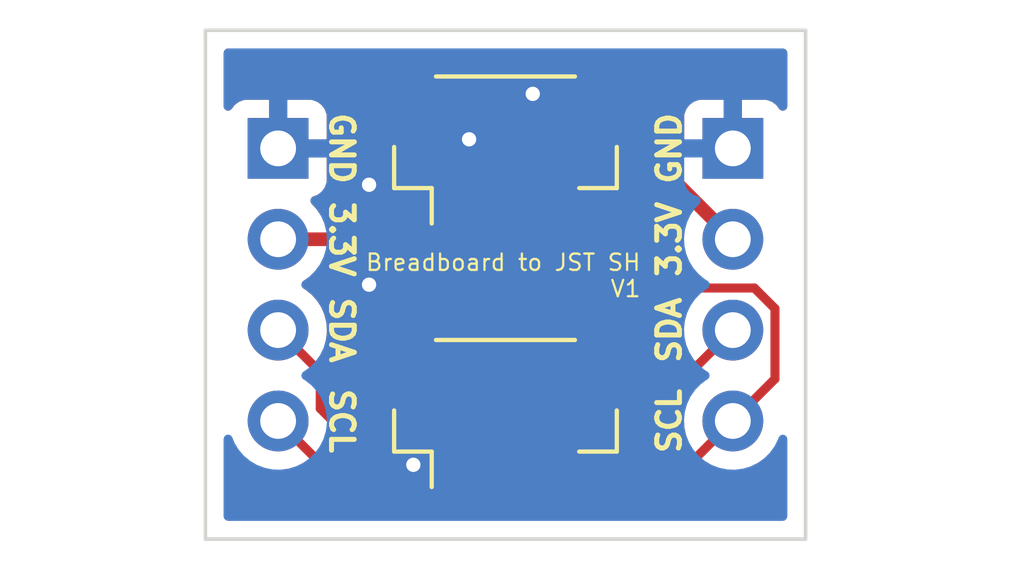
<source format=kicad_pcb>
(kicad_pcb (version 20211014) (generator pcbnew)
  (layers (0 "F.Cu" signal) (31 "B.Cu" signal) (34 "B.Paste" user) (35 "F.Paste" user) (36 "B.SilkS" user "B.Silkscreen") (37 "F.SilkS" user "F.Silkscreen") (38 "B.Mask" user) (39 "F.Mask" user) (44 "Edge.Cuts" user))
  (net 0 "")
  (net 1 "GND")
  (net 2 "+3.3V")
  (net 3 "SDA")
  (net 4 "SCL")
  (footprint "Connector_PinHeader_2.54mm:PinHeader_1x04_P2.54mm_Vertical" (layer "F.Cu") (at 157.48 88.9)
    (fp_text reference "J4")
    (fp_text value " Breadboard Headers")
    (pad "1" thru_hole rect (at 0 0) (size 1.7 1.7) (drill 1) (layers *.Cu *.Mask) (net 1 "GND"))
    (pad "2" thru_hole oval (at 0 2.54) (size 1.7 1.7) (drill 1) (layers *.Cu *.Mask) (net 2 "+3.3V"))
    (pad "3" thru_hole oval (at 0 5.08) (size 1.7 1.7) (drill 1) (layers *.Cu *.Mask) (net 3 "SDA"))
    (pad "4" thru_hole oval (at 0 7.62) (size 1.7 1.7) (drill 1) (layers *.Cu *.Mask) (net 4 "SCL"))
  )
  (footprint "Connector_PinHeader_2.54mm:PinHeader_1x04_P2.54mm_Vertical" (layer "F.Cu") (at 144.78 88.9)
    (fp_text reference "J2")
    (fp_text value "Breadboard Headers")
    (pad "1" thru_hole rect (at 0 0) (size 1.7 1.7) (drill 1) (layers *.Cu *.Mask) (net 1 "GND"))
    (pad "2" thru_hole oval (at 0 2.54) (size 1.7 1.7) (drill 1) (layers *.Cu *.Mask) (net 2 "+3.3V"))
    (pad "3" thru_hole oval (at 0 5.08) (size 1.7 1.7) (drill 1) (layers *.Cu *.Mask) (net 3 "SDA"))
    (pad "4" thru_hole oval (at 0 7.62) (size 1.7 1.7) (drill 1) (layers *.Cu *.Mask) (net 4 "SCL"))
  )
  (footprint "Connector_JST:JST_SH_BM04B-SRSS-TB_1x04-1MP_P1.00mm_Vertical" (layer "F.Cu") (at 151.13 88.9)
    (fp_text reference "J1")
    (fp_text value "JST SH")
    (fp_line (start -3.11 -0.04) (end -3.11 1.11) (layer "F.SilkS") (width 0.12))
    (fp_line (start -2.06 1.11) (end -2.06 2.1) (layer "F.SilkS") (width 0.12))
    (fp_line (start -3.11 1.11) (end -2.06 1.11) (layer "F.SilkS") (width 0.12))
    (fp_line (start 3.11 1.11) (end 2.06 1.11) (layer "F.SilkS") (width 0.12))
    (fp_line (start -1.94 -2.01) (end 1.94 -2.01) (layer "F.SilkS") (width 0.12))
    (fp_line (start 3.11 -0.04) (end 3.11 1.11) (layer "F.SilkS") (width 0.12))
    (pad "1" smd roundrect (at -1.5 1.325) (size 0.6 1.55) (layers "F.Cu" "F.Paste" "F.Mask") (net 1 "GND"))
    (pad "2" smd roundrect (at -0.5 1.325) (size 0.6 1.55) (layers "F.Cu" "F.Paste" "F.Mask") (net 2 "+3.3V"))
    (pad "3" smd roundrect (at 0.5 1.325) (size 0.6 1.55) (layers "F.Cu" "F.Paste" "F.Mask") (net 3 "SDA"))
    (pad "4" smd roundrect (at 1.5 1.325) (size 0.6 1.55) (layers "F.Cu" "F.Paste" "F.Mask") (net 4 "SCL"))
    (pad "MP" smd roundrect (at 2.8 -1.2) (size 1.2 1.8) (layers "F.Cu" "F.Paste" "F.Mask") (roundrect_rratio 0.2083333333))
    (pad "MP" smd roundrect (at -2.8 -1.2) (size 1.2 1.8) (layers "F.Cu" "F.Paste" "F.Mask") (roundrect_rratio 0.2083333333))
  )
  (footprint "Connector_JST:JST_SH_BM04B-SRSS-TB_1x04-1MP_P1.00mm_Vertical" (layer "F.Cu") (at 151.13 96.266)
    (fp_text reference "J3")
    (fp_text value "JST SH")
    (fp_line (start 3.11 -0.04) (end 3.11 1.11) (layer "F.SilkS") (width 0.12))
    (fp_line (start 3.11 1.11) (end 2.06 1.11) (layer "F.SilkS") (width 0.12))
    (fp_line (start -2.06 1.11) (end -2.06 2.1) (layer "F.SilkS") (width 0.12))
    (fp_line (start -1.94 -2.01) (end 1.94 -2.01) (layer "F.SilkS") (width 0.12))
    (fp_line (start -3.11 1.11) (end -2.06 1.11) (layer "F.SilkS") (width 0.12))
    (fp_line (start -3.11 -0.04) (end -3.11 1.11) (layer "F.SilkS") (width 0.12))
    (pad "1" smd roundrect (at -1.5 1.325) (size 0.6 1.55) (layers "F.Cu" "F.Paste" "F.Mask") (net 1 "GND"))
    (pad "2" smd roundrect (at -0.5 1.325) (size 0.6 1.55) (layers "F.Cu" "F.Paste" "F.Mask") (net 2 "+3.3V"))
    (pad "3" smd roundrect (at 0.5 1.325) (size 0.6 1.55) (layers "F.Cu" "F.Paste" "F.Mask") (net 3 "SDA"))
    (pad "4" smd roundrect (at 1.5 1.325) (size 0.6 1.55) (layers "F.Cu" "F.Paste" "F.Mask") (net 4 "SCL"))
    (pad "MP" smd roundrect (at 2.8 -1.2) (size 1.2 1.8) (layers "F.Cu" "F.Paste" "F.Mask") (roundrect_rratio 0.2083333333))
    (pad "MP" smd roundrect (at -2.8 -1.2) (size 1.2 1.8) (layers "F.Cu" "F.Paste" "F.Mask") (roundrect_rratio 0.2083333333))
  )
  (gr_line (start 159.512 99.822) (end 142.748 99.822) (layer "Edge.Cuts") (width 0.1))
  (gr_line (start 142.748 99.822) (end 142.748 85.598) (layer "Edge.Cuts") (width 0.1))
  (gr_line (start 159.512 85.598) (end 159.512 99.822) (layer "Edge.Cuts") (width 0.1))
  (gr_line (start 142.748 85.598) (end 159.512 85.598) (layer "Edge.Cuts") (width 0.1))
  (gr_text "SCL" (at 155.702 96.52 90) (layer "F.SilkS") (effects (font (size 0.635 0.635) (thickness 0.1397))))
  (gr_text "3.3V" (at 155.702 91.44 90) (layer "F.SilkS") (effects (font (size 0.635 0.635) (thickness 0.1397))))
  (gr_text "GND" (at 146.558 88.9 270) (layer "F.SilkS") (effects (font (size 0.635 0.635) (thickness 0.1397))))
  (gr_text "Breadboard to JST SH\nV1" (at 154.94 92.456) (layer "F.SilkS") (effects (font (size 0.4572 0.4572) (thickness 0.0635)) (justify right)))
  (gr_text "GND" (at 155.702 88.9 90) (layer "F.SilkS") (effects (font (size 0.635 0.635) (thickness 0.1397))))
  (gr_text "SDA" (at 155.702 93.98 90) (layer "F.SilkS") (effects (font (size 0.635 0.635) (thickness 0.1397))))
  (gr_text "3.3V" (at 146.558 91.44 270) (layer "F.SilkS") (effects (font (size 0.635 0.635) (thickness 0.1397))))
  (gr_text "SCL" (at 146.558 96.52 270) (layer "F.SilkS") (effects (font (size 0.635 0.635) (thickness 0.1397))))
  (gr_text "SDA" (at 146.558 93.98 270) (layer "F.SilkS") (effects (font (size 0.635 0.635) (thickness 0.1397))))
  (segment (start 149.63 97.591) (end 148.7115 97.591) (width 0.381) (layer "F.Cu") (net 1))
  (segment (start 149.63 90.225) (end 149.63 89.13) (width 0.381) (layer "F.Cu") (net 1))
  (segment (start 148.7115 97.591) (end 148.556964 97.745536) (width 0.381) (layer "F.Cu") (net 1))
  (segment (start 149.63 89.13) (end 150.114 88.646) (width 0.381) (layer "F.Cu") (net 1))
  (via (at 151.892 87.376) (size 0.8) (drill 0.4) (layers "F.Cu" "B.Cu") (net 1))
  (via (at 150.114 88.646) (size 0.8) (drill 0.4) (layers "F.Cu" "B.Cu") (net 1))
  (via (at 147.32 89.916) (size 0.8) (drill 0.4) (layers "F.Cu" "B.Cu") (net 1))
  (via (at 147.32 92.71) (size 0.8) (drill 0.4) (layers "F.Cu" "B.Cu") (net 1))
  (via (at 148.556964 97.745536) (size 0.8) (drill 0.4) (layers "F.Cu" "B.Cu") (net 1))
  (segment (start 151.256118 89.0595) (end 150.63 89.685618) (width 0.381) (layer "F.Cu") (net 2))
  (segment (start 150.63 90.764382) (end 150.63 90.225) (width 0.381) (layer "F.Cu") (net 2))
  (segment (start 149.954382 91.44) (end 150.63 90.764382) (width 0.381) (layer "F.Cu") (net 2))
  (segment (start 144.78 91.44) (end 149.954382 91.44) (width 0.381) (layer "F.Cu") (net 2))
  (segment (start 150.63 89.685618) (end 150.63 90.225) (width 0.381) (layer "F.Cu") (net 2))
  (segment (start 155.0995 89.0595) (end 151.256118 89.0595) (width 0.381) (layer "F.Cu") (net 2))
  (segment (start 157.48 91.44) (end 155.0995 89.0595) (width 0.381) (layer "F.Cu") (net 2))
  (segment (start 150.63 90.225) (end 150.63 97.591) (width 0.381) (layer "F.Cu") (net 2))
  (segment (start 145.957 96.173) (end 145.957 95.157) (width 0.254) (layer "F.Cu") (net 3))
  (segment (start 151.63 98.04058) (end 150.97758 98.693) (width 0.254) (layer "F.Cu") (net 3))
  (segment (start 157.48 93.98) (end 155.167 96.293) (width 0.254) (layer "F.Cu") (net 3))
  (segment (start 145.957 95.157) (end 144.78 93.98) (width 0.254) (layer "F.Cu") (net 3))
  (segment (start 151.63 97.14142) (end 151.63 97.591) (width 0.254) (layer "F.Cu") (net 3))
  (segment (start 152.47842 96.293) (end 151.63 97.14142) (width 0.254) (layer "F.Cu") (net 3))
  (segment (start 150.97758 98.693) (end 148.477 98.693) (width 0.254) (layer "F.Cu") (net 3))
  (segment (start 155.167 96.293) (end 152.47842 96.293) (width 0.254) (layer "F.Cu") (net 3))
  (segment (start 151.63 97.591) (end 151.63 98.04058) (width 0.254) (layer "F.Cu") (net 3))
  (segment (start 148.477 98.693) (end 145.957 96.173) (width 0.254) (layer "F.Cu") (net 3))
  (segment (start 151.63 90.225) (end 151.63 97.591) (width 0.254) (layer "F.Cu") (net 3))
  (segment (start 144.78 96.52) (end 147.406501 99.146501) (width 0.254) (layer "F.Cu") (net 4))
  (segment (start 158.657 93.379) (end 158.657 95.343) (width 0.254) (layer "F.Cu") (net 4))
  (segment (start 152.63 98.04058) (end 152.63 97.591) (width 0.254) (layer "F.Cu") (net 4))
  (segment (start 151.524079 99.146501) (end 152.63 98.04058) (width 0.254) (layer "F.Cu") (net 4))
  (segment (start 158.657 95.343) (end 157.48 96.52) (width 0.254) (layer "F.Cu") (net 4))
  (segment (start 158.081 92.803) (end 158.657 93.379) (width 0.254) (layer "F.Cu") (net 4))
  (segment (start 157.48 96.52) (end 156.409 97.591) (width 0.254) (layer "F.Cu") (net 4))
  (segment (start 147.406501 99.146501) (end 151.524079 99.146501) (width 0.254) (layer "F.Cu") (net 4))
  (segment (start 155.208 92.803) (end 158.081 92.803) (width 0.254) (layer "F.Cu") (net 4))
  (segment (start 156.409 97.591) (end 152.63 97.591) (width 0.254) (layer "F.Cu") (net 4))
  (segment (start 152.63 90.225) (end 155.208 92.803) (width 0.254) (layer "F.Cu") (net 4))
  (zone (net 1) (net_name "GND") (layers F&B.Cu) (connect_pads (clearance 0.508)) (min_thickness 0.254) (fill yes (thermal_gap 0.508) (thermal_bridge_width 0.508))
    (polygon (pts (xy 159.766 100.584) (xy 142.494 100.584) (xy 142.494 85.344) (xy 159.766 85.344)))
  )
)
</source>
